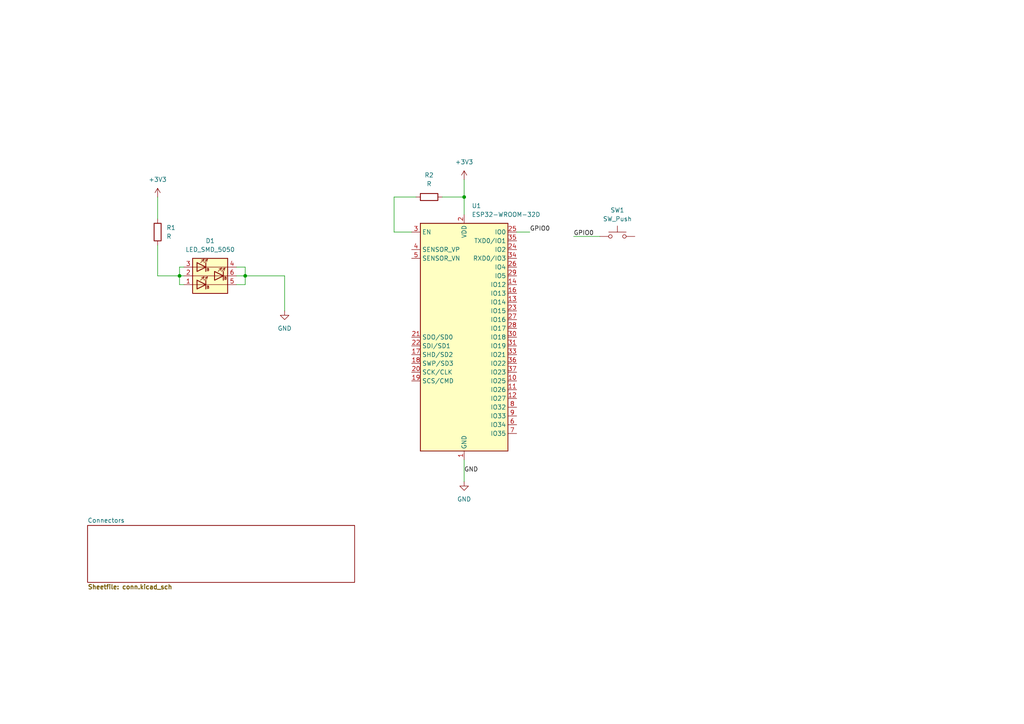
<source format=kicad_sch>
(kicad_sch (version 20231120) (generator "eeschema") (generator_version "8.0")
  (paper "A4")
  (lib_symbols
    (symbol "Alexander_Library_Symbols:LED_SMD_5050" (pin_names hide)
      (property "Reference" "D" (at -5.08 6.35 0))
      (property "Value" "LED_SMD_5050" (at -5.08 -6.35 0))
      (symbol "LED_SMD_5050_0_0"
        (text "B" (at -0.635 -3.3274 0) (effects (font (size 0.762 0.762))))
      )
      (symbol "LED_SMD_5050_0_1"
        (rectangle (start -5.08 5.08) (end 5.08 -5.08) (stroke (width 0.254)) (fill (type background)))
        (polyline (pts (xy -5.08 -2.54) (xy 5.08 -2.54)))
        (polyline (pts (xy -5.08 0) (xy 5.08 0)))
        (polyline (pts (xy -5.08 2.54) (xy 5.08 2.54)))
        (polyline (pts (xy -2.794 -1.27) (xy -1.778 -0.254)))
        (polyline (pts (xy -2.794 3.81) (xy -1.778 4.826)))
        (polyline (pts (xy -1.778 -1.27) (xy -0.762 -0.254)))
        (polyline (pts (xy -1.778 3.81) (xy -0.762 4.826)))
        (polyline (pts (xy -1.27 -1.27) (xy -1.27 -3.81)) (stroke (width 0.254)))
        (polyline (pts (xy -1.27 3.81) (xy -1.27 1.27)) (stroke (width 0.254)))
        (polyline (pts (xy 2.286 1.27) (xy 3.302 2.286)))
        (polyline (pts (xy 3.302 1.27) (xy 4.318 2.286)))
        (polyline (pts (xy 3.81 1.27) (xy 3.81 -1.27)) (stroke (width 0.254)))
        (polyline (pts (xy -2.54 4.572) (xy -1.778 4.826) (xy -2.032 4.064)))
        (polyline (pts (xy -2.032 -1.016) (xy -1.778 -0.254) (xy -2.54 -0.508)))
        (polyline (pts (xy -1.524 -0.508) (xy -0.762 -0.254) (xy -1.016 -1.016)))
        (polyline (pts (xy -1.524 4.572) (xy -0.762 4.826) (xy -1.016 4.064)))
        (polyline (pts (xy 3.048 1.524) (xy 3.302 2.286) (xy 2.54 2.032)))
        (polyline (pts (xy 3.556 2.032) (xy 4.318 2.286) (xy 4.064 1.524)))
        (polyline (pts (xy -3.81 -1.27) (xy -3.81 -3.81) (xy -1.27 -2.54) (xy -3.81 -1.27)) (stroke (width 0.254)))
        (polyline (pts (xy -3.81 3.81) (xy -3.81 1.27) (xy -1.27 2.54) (xy -3.81 3.81)) (stroke (width 0.254)))
        (polyline (pts (xy 1.27 1.27) (xy 1.27 -1.27) (xy 3.81 0) (xy 1.27 1.27)) (stroke (width 0.254)))
      )
      (symbol "LED_SMD_5050_1_0"
        (text "B" (at -0.635 1.8034 0) (effects (font (size 0.762 0.762))))
        (text "B" (at 4.4196 -0.7112 0) (effects (font (size 0.762 0.762))))
      )
      (symbol "LED_SMD_5050_1_1"
        (pin passive line (at -7.62 -2.54 0) (length 2.54) (name "AB") (number "1"))
        (pin passive line (at -7.62 0 0) (length 2.54) (name "KB") (number "2"))
        (pin passive line (at -7.62 2.54 0) (length 2.54) (name "AR") (number "3"))
        (pin passive line (at 7.62 2.54 180) (length 2.54) (name "KR") (number "4"))
        (pin passive line (at 7.62 -2.54 180) (length 2.54) (name "AG") (number "5"))
        (pin passive line (at 7.62 0 180) (length 2.54) (name "KR") (number "6"))
      )
    )
    (symbol "Device:R" (pin_numbers hide) (pin_names (offset 0))
      (property "Reference" "R" (at 2.032 0 90))
      (property "Value" "R" (at 0 0 90))
      (symbol "R_0_1"
        (rectangle (start -1.016 -2.54) (end 1.016 2.54) (stroke (width 0.254)))
      )
      (symbol "R_1_1"
        (pin passive line (at 0 3.81 270) (length 1.27) (name "~") (number "1"))
        (pin passive line (at 0 -3.81 90) (length 1.27) (name "~") (number "2"))
      )
    )
    (symbol "RF_Module:ESP32-WROOM-32D"
      (property "Reference" "U" (at -12.7 34.29 0))
      (property "Value" "ESP32-WROOM-32D" (at 1.27 34.29 0))
      (symbol "ESP32-WROOM-32D_0_1"
        (rectangle (start -12.7 33.02) (end 12.7 -33.02) (stroke (width 0.254)) (fill (type background)))
      )
      (symbol "ESP32-WROOM-32D_1_1"
        (pin power_in line (at 0 -35.56 90) (length 2.54) (name "GND") (number "1"))
        (pin bidirectional line (at 15.24 -12.7 180) (length 2.54) (name "IO25") (number "10"))
        (pin bidirectional line (at 15.24 -15.24 180) (length 2.54) (name "IO26") (number "11"))
        (pin bidirectional line (at 15.24 -17.78 180) (length 2.54) (name "IO27") (number "12"))
        (pin bidirectional line (at 15.24 10.16 180) (length 2.54) (name "IO14") (number "13"))
        (pin bidirectional line (at 15.24 15.24 180) (length 2.54) (name "IO12") (number "14"))
        (pin passive line (at 0 -35.56 90) (length 2.54) hide (name "GND") (number "15"))
        (pin bidirectional line (at 15.24 12.7 180) (length 2.54) (name "IO13") (number "16"))
        (pin bidirectional line (at -15.24 -5.08 0) (length 2.54) (name "SHD/SD2") (number "17"))
        (pin bidirectional line (at -15.24 -7.62 0) (length 2.54) (name "SWP/SD3") (number "18"))
        (pin bidirectional line (at -15.24 -12.7 0) (length 2.54) (name "SCS/CMD") (number "19"))
        (pin power_in line (at 0 35.56 270) (length 2.54) (name "VDD") (number "2"))
        (pin bidirectional line (at -15.24 -10.16 0) (length 2.54) (name "SCK/CLK") (number "20"))
        (pin bidirectional line (at -15.24 0 0) (length 2.54) (name "SDO/SD0") (number "21"))
        (pin bidirectional line (at -15.24 -2.54 0) (length 2.54) (name "SDI/SD1") (number "22"))
        (pin bidirectional line (at 15.24 7.62 180) (length 2.54) (name "IO15") (number "23"))
        (pin bidirectional line (at 15.24 25.4 180) (length 2.54) (name "IO2") (number "24"))
        (pin bidirectional line (at 15.24 30.48 180) (length 2.54) (name "IO0") (number "25"))
        (pin bidirectional line (at 15.24 20.32 180) (length 2.54) (name "IO4") (number "26"))
        (pin bidirectional line (at 15.24 5.08 180) (length 2.54) (name "IO16") (number "27"))
        (pin bidirectional line (at 15.24 2.54 180) (length 2.54) (name "IO17") (number "28"))
        (pin bidirectional line (at 15.24 17.78 180) (length 2.54) (name "IO5") (number "29"))
        (pin input line (at -15.24 30.48 0) (length 2.54) (name "EN") (number "3"))
        (pin bidirectional line (at 15.24 0 180) (length 2.54) (name "IO18") (number "30"))
        (pin bidirectional line (at 15.24 -2.54 180) (length 2.54) (name "IO19") (number "31"))
        (pin no_connect line (at -12.7 -27.94 0) (length 2.54) hide (name "NC") (number "32"))
        (pin bidirectional line (at 15.24 -5.08 180) (length 2.54) (name "IO21") (number "33"))
        (pin bidirectional line (at 15.24 22.86 180) (length 2.54) (name "RXD0/IO3") (number "34"))
        (pin bidirectional line (at 15.24 27.94 180) (length 2.54) (name "TXD0/IO1") (number "35"))
        (pin bidirectional line (at 15.24 -7.62 180) (length 2.54) (name "IO22") (number "36"))
        (pin bidirectional line (at 15.24 -10.16 180) (length 2.54) (name "IO23") (number "37"))
        (pin passive line (at 0 -35.56 90) (length 2.54) hide (name "GND") (number "38"))
        (pin passive line (at 0 -35.56 90) (length 2.54) hide (name "GND") (number "39"))
        (pin input line (at -15.24 25.4 0) (length 2.54) (name "SENSOR_VP") (number "4"))
        (pin input line (at -15.24 22.86 0) (length 2.54) (name "SENSOR_VN") (number "5"))
        (pin input line (at 15.24 -25.4 180) (length 2.54) (name "IO34") (number "6"))
        (pin input line (at 15.24 -27.94 180) (length 2.54) (name "IO35") (number "7"))
        (pin bidirectional line (at 15.24 -20.32 180) (length 2.54) (name "IO32") (number "8"))
        (pin bidirectional line (at 15.24 -22.86 180) (length 2.54) (name "IO33") (number "9"))
      )
    )
    (symbol "Switch:SW_Push" (pin_numbers hide) (pin_names (offset 1.016) hide)
      (property "Reference" "SW" (at 1.27 2.54 0))
      (property "Value" "SW_Push" (at 0 -1.524 0))
      (symbol "SW_Push_0_1"
        (circle (center -2.032 0) (radius 0.508))
        (polyline (pts (xy 0 1.27) (xy 0 3.048)))
        (polyline (pts (xy 2.54 1.27) (xy -2.54 1.27)))
        (circle (center 2.032 0) (radius 0.508))
        (pin passive line (at -5.08 0 0) (length 2.54) (name "1") (number "1"))
        (pin passive line (at 5.08 0 180) (length 2.54) (name "2") (number "2"))
      )
    )
    (symbol "power:+3V3" (power) (pin_numbers hide) (pin_names (offset 0) hide)
      (property "Value" "+3V3" (at 0 3.556 0))
      (symbol "+3V3_0_1"
        (polyline (pts (xy -0.762 1.27) (xy 0 2.54)))
        (polyline (pts (xy 0 0) (xy 0 2.54)))
        (polyline (pts (xy 0 2.54) (xy 0.762 1.27)))
      )
      (symbol "+3V3_1_1"
        (pin power_in line (at 0 0 90) (length 0) (name "~") (number "1"))
      )
    )
    (symbol "power:GND" (power) (pin_numbers hide) (pin_names (offset 0) hide)
      (property "Value" "GND" (at 0 -3.81 0))
      (symbol "GND_0_1"
        (polyline (pts (xy 0 0) (xy 0 -1.27) (xy 1.27 -1.27) (xy 0 -2.54) (xy -1.27 -1.27) (xy 0 -1.27)))
      )
      (symbol "GND_1_1"
        (pin power_in line (at 0 0 270) (length 0) (name "~") (number "1"))
      )
    )
  )
  (junction (at 52.07 80.01))
  (junction (at 134.62 57.15))
  (junction (at 71.12 80.01))
  (wire (pts (xy 128.27 57.15) (xy 134.62 57.15)))
  (wire (pts (xy 71.12 82.55) (xy 71.12 80.01)))
  (wire (pts (xy 71.12 80.01) (xy 82.55 80.01)))
  (wire (pts (xy 68.58 82.55) (xy 71.12 82.55)))
  (wire (pts (xy 45.72 71.12) (xy 45.72 80.01)))
  (wire (pts (xy 134.62 52.07) (xy 134.62 57.15)))
  (wire (pts (xy 71.12 77.47) (xy 71.12 80.01)))
  (wire (pts (xy 68.58 77.47) (xy 71.12 77.47)))
  (wire (pts (xy 52.07 80.01) (xy 53.34 80.01)))
  (wire (pts (xy 166.37 68.58) (xy 173.99 68.58)))
  (wire (pts (xy 45.72 80.01) (xy 52.07 80.01)))
  (wire (pts (xy 114.3 67.31) (xy 114.3 57.15)))
  (wire (pts (xy 82.55 80.01) (xy 82.55 90.17)))
  (wire (pts (xy 52.07 82.55) (xy 52.07 80.01)))
  (wire (pts (xy 119.38 67.31) (xy 114.3 67.31)))
  (wire (pts (xy 68.58 80.01) (xy 71.12 80.01)))
  (wire (pts (xy 134.62 133.35) (xy 134.62 139.7)))
  (wire (pts (xy 45.72 57.15) (xy 45.72 63.5)))
  (wire (pts (xy 114.3 57.15) (xy 120.65 57.15)))
  (wire (pts (xy 134.62 57.15) (xy 134.62 62.23)))
  (wire (pts (xy 149.86 67.31) (xy 153.67 67.31)))
  (wire (pts (xy 52.07 77.47) (xy 52.07 80.01)))
  (wire (pts (xy 53.34 77.47) (xy 52.07 77.47)))
  (wire (pts (xy 53.34 82.55) (xy 52.07 82.55)))
  (label "GND" (at 134.62 137.16 0))
  (label "GPIO0" (at 166.37 68.58 0))
  (label "GPIO0" (at 153.67 67.31 0))
  (symbol (lib_id "power:+3V3") (at 45.72 57.15 0) (unit 1)
    (property "Reference" "#PWR05" (effects (hide yes)))
    (property "Value" "+3V3" (at 45.72 52.07 0))
    (property "Description" "Power symbol creates a global label with name \"+3V3\"" (effects (hide yes)))
  )
  (symbol (lib_id "power:+3V3") (at 134.62 52.07 0) (unit 1)
    (property "Reference" "#PWR02" (effects (hide yes)))
    (property "Value" "+3V3" (at 134.62 46.99 0))
    (property "Description" "Power symbol creates a global label with name \"+3V3\"" (effects (hide yes)))
  )
  (symbol (lib_id "RF_Module:ESP32-WROOM-32D") (at 134.62 97.79 0) (unit 1)
    (property "Reference" "U1" (at 136.8141 59.69 0) (effects (justify left)))
    (property "Value" "ESP32-WROOM-32D" (at 136.8141 62.23 0) (effects (justify left)))
    (property "Footprint" "Alexander Footprint Library:ESP32-WROOM-Adapter-Legacy-v3" (effects (hide yes)))
    (property "Datasheet" "https://www.espressif.com/sites/default/files/documentation/esp32-wroom-32d_esp32-wroom-32u_datasheet_en.pdf" (effects (hide yes)))
  )
  (symbol (lib_id "Alexander_Library_Symbols:LED_SMD_5050") (at 60.96 80.01 0) (unit 1)
    (property "Reference" "D1" (at 60.96 69.85 0))
    (property "Value" "LED_SMD_5050" (at 60.96 72.39 0))
    (property "Footprint" "Alexander Footprint Library:LED_5050-6" (effects (hide yes)))
    (property "Datasheet" "https://www.cree.com/led-components/media/documents/CLS6B-FKW.pdf" (effects (hide yes)))
    (property "Description" "Cree PLCC6 3 in 1 SMD LED, PLCC-6" (effects (hide yes)))
  )
  (symbol (lib_id "Device:R") (at 45.72 67.31 0) (unit 1)
    (property "Reference" "R1" (at 48.26 66.0399 0) (effects (justify left)))
    (property "Value" "R" (at 48.26 68.5799 0) (effects (justify left)))
    (property "Footprint" "Resistor_SMD:R_1206_3216Metric_Pad1.30x1.75mm_HandSolder" (effects (hide yes)))
    (property "Description" "Resistor" (effects (hide yes)))
  )
  (symbol (lib_id "power:GND") (at 82.55 90.17 0) (unit 1)
    (property "Reference" "#PWR04" (effects (hide yes)))
    (property "Value" "GND" (at 82.55 95.25 0))
    (property "Description" "Power symbol creates a global label with name \"GND\" , ground" (effects (hide yes)))
  )
  (symbol (lib_id "power:GND") (at 134.62 139.7 0) (unit 1)
    (property "Reference" "#PWR03" (effects (hide yes)))
    (property "Value" "GND" (at 134.62 144.78 0))
    (property "Description" "Power symbol creates a global label with name \"GND\" , ground" (effects (hide yes)))
  )
  (symbol (lib_id "Switch:SW_Push") (at 179.07 68.58 0) (unit 1)
    (property "Reference" "SW1" (at 179.07 60.96 0))
    (property "Value" "SW_Push" (at 179.07 63.5 0))
    (property "Description" "Push button switch, generic, two pins" (effects (hide yes)))
  )
  (symbol (lib_id "Device:R") (at 124.46 57.15 270) (unit 1)
    (property "Reference" "R2" (at 124.46 50.8 90))
    (property "Value" "R" (at 124.46 53.34 90))
    (property "Footprint" "Resistor_SMD:R_1206_3216Metric_Pad1.30x1.75mm_HandSolder" (effects (hide yes)))
    (property "Description" "Resistor" (effects (hide yes)))
  )
  (sheet (at 25.4 152.4) (size 77.47 16.51) (stroke (width 0.1524) (color 132 0 0 1))
    (property "Sheetname" "Connectors" (at 25.4 151.6884 0) (effects (justify left bottom)))
    (property "Sheetfile" "conn.kicad_sch" (at 25.4 169.4946 0) (show_name yes) (effects (font (bold yes)) (justify left top)))
  )
)
</source>
